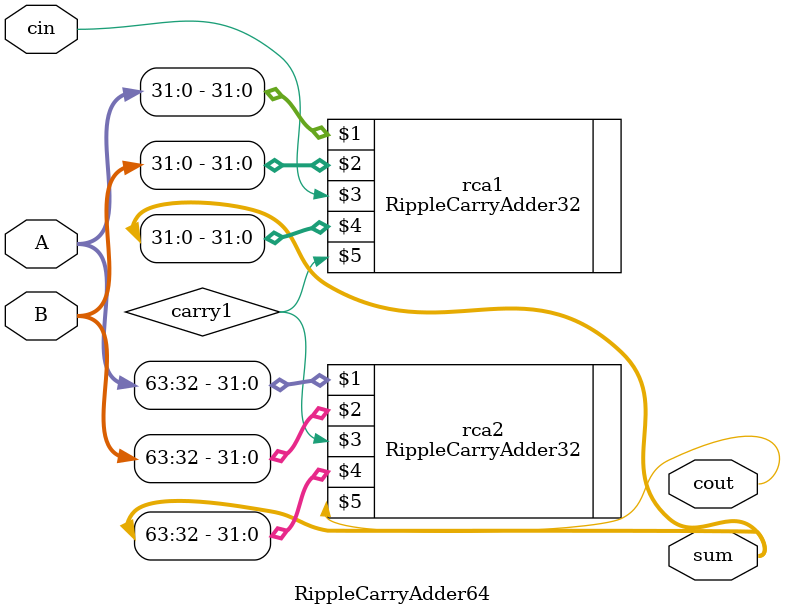
<source format=v>
`timescale 1ns / 1ps

`include "rca32.v"

module RippleCarryAdder64(A, B, cin, sum, cout);
    input [63:0] A,B;
    output [63:0] sum;
    input cin;
    output cout;

    wire carry1;

    RippleCarryAdder32 rca1(A[31:0], B[31:0], cin, sum[31:0], carry1);
    RippleCarryAdder32 rca2(A[63:32], B[63:32], carry1, sum[63:32], cout);

endmodule
</source>
